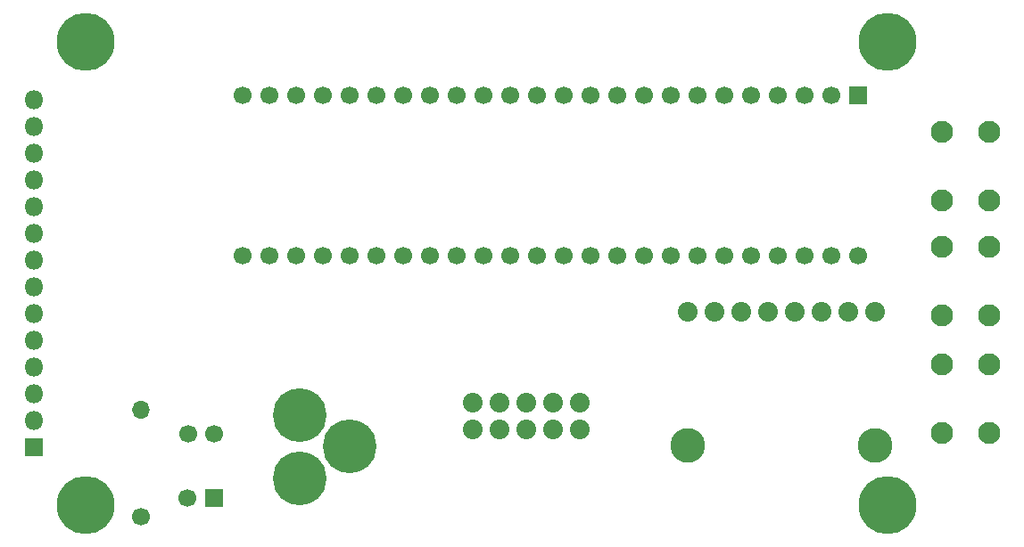
<source format=gbr>
%TF.GenerationSoftware,KiCad,Pcbnew,(5.1.6)-1*%
%TF.CreationDate,2020-11-29T15:45:25-05:00*%
%TF.ProjectId,MainMush,4d61696e-4d75-4736-982e-6b696361645f,rev?*%
%TF.SameCoordinates,Original*%
%TF.FileFunction,Soldermask,Top*%
%TF.FilePolarity,Negative*%
%FSLAX46Y46*%
G04 Gerber Fmt 4.6, Leading zero omitted, Abs format (unit mm)*
G04 Created by KiCad (PCBNEW (5.1.6)-1) date 2020-11-29 15:45:25*
%MOMM*%
%LPD*%
G01*
G04 APERTURE LIST*
%ADD10O,1.700000X1.700000*%
%ADD11C,1.700000*%
%ADD12R,1.700000X1.700000*%
%ADD13O,1.800000X1.800000*%
%ADD14R,1.800000X1.800000*%
%ADD15C,5.500000*%
%ADD16C,5.100000*%
%ADD17C,2.100000*%
%ADD18C,1.878000*%
%ADD19C,3.300000*%
G04 APERTURE END LIST*
D10*
%TO.C,R1*%
X100584000Y-120015000D03*
D11*
X100584000Y-130175000D03*
%TD*%
%TO.C,U1*%
X128016000Y-90170000D03*
X125476000Y-90170000D03*
X122936000Y-90170000D03*
X120396000Y-90170000D03*
X130556000Y-90170000D03*
X133096000Y-90170000D03*
X135636000Y-90170000D03*
X117856000Y-90170000D03*
X115316000Y-90170000D03*
X112776000Y-90170000D03*
X110236000Y-90170000D03*
X110236000Y-105410000D03*
X112776000Y-105410000D03*
X115316000Y-105410000D03*
X117856000Y-105410000D03*
X120396000Y-105410000D03*
X122936000Y-105410000D03*
X125476000Y-105410000D03*
X128016000Y-105410000D03*
X130556000Y-105410000D03*
X133096000Y-105410000D03*
X138176000Y-90170000D03*
X140716000Y-90170000D03*
X143256000Y-90170000D03*
X145796000Y-90170000D03*
X148336000Y-90170000D03*
X150876000Y-90170000D03*
X153416000Y-90170000D03*
X155956000Y-90170000D03*
X158496000Y-90170000D03*
X161036000Y-90170000D03*
X163576000Y-90170000D03*
X166116000Y-90170000D03*
D12*
X168656000Y-90170000D03*
D11*
X135636000Y-105410000D03*
X138176000Y-105410000D03*
X140716000Y-105410000D03*
X143256000Y-105410000D03*
X145796000Y-105410000D03*
X148336000Y-105410000D03*
X150876000Y-105410000D03*
X153416000Y-105410000D03*
X155956000Y-105410000D03*
X158496000Y-105410000D03*
X161036000Y-105410000D03*
X163576000Y-105410000D03*
X166116000Y-105410000D03*
X168656000Y-105410000D03*
%TD*%
D13*
%TO.C,U2*%
X90429000Y-93107000D03*
X90429000Y-113427000D03*
X90429000Y-90567000D03*
X90429000Y-110887000D03*
X90429000Y-100727000D03*
X90429000Y-105807000D03*
X90429000Y-103267000D03*
X90429000Y-98187000D03*
X90429000Y-95647000D03*
X90429000Y-115967000D03*
X90429000Y-108347000D03*
D14*
X90429000Y-123587000D03*
D13*
X90429000Y-118507000D03*
X90429000Y-121047000D03*
D15*
X171429000Y-129077000D03*
X171429000Y-85077000D03*
X95349000Y-85077000D03*
X95349000Y-129077000D03*
%TD*%
D16*
%TO.C,J1*%
X115697000Y-120523000D03*
X115697000Y-126523000D03*
X120397000Y-123523000D03*
%TD*%
D11*
%TO.C,C1*%
X107569000Y-122301000D03*
X105069000Y-122301000D03*
%TD*%
D12*
%TO.C,C2*%
X107505500Y-128397000D03*
D11*
X105005500Y-128397000D03*
%TD*%
D17*
%TO.C,SW3*%
X181102000Y-122197000D03*
X176602000Y-122197000D03*
X181102000Y-115697000D03*
X176602000Y-115697000D03*
%TD*%
%TO.C,SW2*%
X181102000Y-111021000D03*
X176602000Y-111021000D03*
X181102000Y-104521000D03*
X176602000Y-104521000D03*
%TD*%
%TO.C,SW1*%
X181102000Y-100099000D03*
X176602000Y-100099000D03*
X181102000Y-93599000D03*
X176602000Y-93599000D03*
%TD*%
D18*
%TO.C,U3*%
X152527000Y-110744000D03*
X155067000Y-110744000D03*
X157607000Y-110744000D03*
X160147000Y-110744000D03*
X162687000Y-110744000D03*
X165227000Y-110744000D03*
X167767000Y-110744000D03*
X170307000Y-110744000D03*
D19*
X170307000Y-123444000D03*
X152527000Y-123444000D03*
%TD*%
D18*
%TO.C,J2*%
X134620000Y-119380000D03*
X132080000Y-119380000D03*
X137160000Y-119380000D03*
X139700000Y-119380000D03*
X142240000Y-119380000D03*
X142240000Y-121920000D03*
X134620000Y-121920000D03*
X132080000Y-121920000D03*
X137160000Y-121920000D03*
X139700000Y-121920000D03*
%TD*%
M02*

</source>
